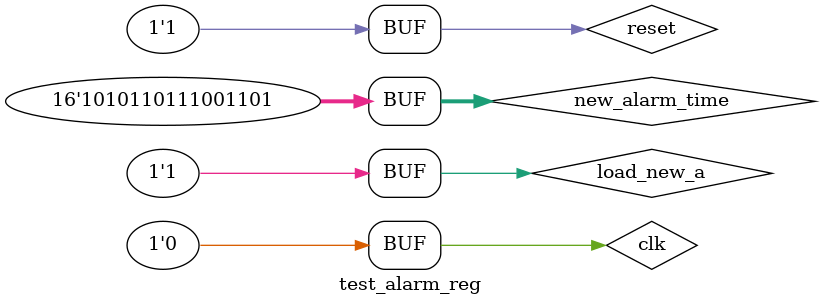
<source format=v>
`timescale 1ns / 1ps


module test_alarm_reg();
reg clk,reset,load_new_a;
reg [15:0] new_alarm_time;
wire [15:0]alarm_time;
alarm_reg alarm_reg_(clk,reset,load_new_a,new_alarm_time,alarm_time);
always
begin
clk=1'b0;
#5 clk=1'b1;
#5 clk=1'b0;
end
initial
begin
reset=1'b0;
load_new_a=1'b0;
new_alarm_time=16'hadcd;
#10 reset=1'b1;
#17 load_new_a=1'b1;
end
endmodule

</source>
